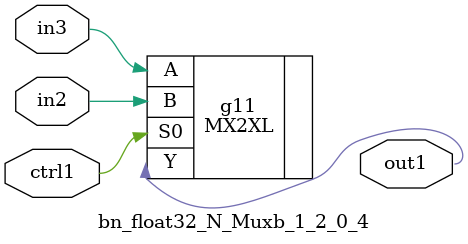
<source format=v>
`timescale 1ps / 1ps


module bn_float32_N_Muxb_1_2_0_4(in3, in2, ctrl1, out1);
  input in3, in2, ctrl1;
  output out1;
  wire in3, in2, ctrl1;
  wire out1;
  MX2XL g11(.A (in3), .B (in2), .S0 (ctrl1), .Y (out1));
endmodule



</source>
